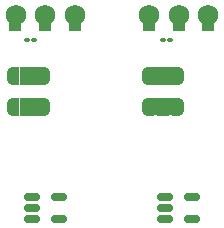
<source format=gbr>
%TF.GenerationSoftware,KiCad,Pcbnew,9.0.6-rc2*%
%TF.CreationDate,2025-11-10T17:57:54-08:00*%
%TF.ProjectId,FPC_Trigger_Board,4650435f-5472-4696-9767-65725f426f61,rev?*%
%TF.SameCoordinates,Original*%
%TF.FileFunction,Soldermask,Top*%
%TF.FilePolarity,Negative*%
%FSLAX46Y46*%
G04 Gerber Fmt 4.6, Leading zero omitted, Abs format (unit mm)*
G04 Created by KiCad (PCBNEW 9.0.6-rc2) date 2025-11-10 17:57:54*
%MOMM*%
%LPD*%
G01*
G04 APERTURE LIST*
G04 Aperture macros list*
%AMRoundRect*
0 Rectangle with rounded corners*
0 $1 Rounding radius*
0 $2 $3 $4 $5 $6 $7 $8 $9 X,Y pos of 4 corners*
0 Add a 4 corners polygon primitive as box body*
4,1,4,$2,$3,$4,$5,$6,$7,$8,$9,$2,$3,0*
0 Add four circle primitives for the rounded corners*
1,1,$1+$1,$2,$3*
1,1,$1+$1,$4,$5*
1,1,$1+$1,$6,$7*
1,1,$1+$1,$8,$9*
0 Add four rect primitives between the rounded corners*
20,1,$1+$1,$2,$3,$4,$5,0*
20,1,$1+$1,$4,$5,$6,$7,0*
20,1,$1+$1,$6,$7,$8,$9,0*
20,1,$1+$1,$8,$9,$2,$3,0*%
%AMFreePoly0*
4,1,23,0.550000,-0.750000,0.000000,-0.750000,0.000000,-0.745722,-0.065263,-0.745722,-0.191342,-0.711940,-0.304381,-0.646677,-0.396677,-0.554381,-0.461940,-0.441342,-0.495722,-0.315263,-0.495722,-0.250000,-0.500000,-0.250000,-0.500000,0.250000,-0.495722,0.250000,-0.495722,0.315263,-0.461940,0.441342,-0.396677,0.554381,-0.304381,0.646677,-0.191342,0.711940,-0.065263,0.745722,0.000000,0.745722,
0.000000,0.750000,0.550000,0.750000,0.550000,-0.750000,0.550000,-0.750000,$1*%
%AMFreePoly1*
4,1,23,0.000000,0.745722,0.065263,0.745722,0.191342,0.711940,0.304381,0.646677,0.396677,0.554381,0.461940,0.441342,0.495722,0.315263,0.495722,0.250000,0.500000,0.250000,0.500000,-0.250000,0.495722,-0.250000,0.495722,-0.315263,0.461940,-0.441342,0.396677,-0.554381,0.304381,-0.646677,0.191342,-0.711940,0.065263,-0.745722,0.000000,-0.745722,0.000000,-0.750000,-0.550000,-0.750000,
-0.550000,0.750000,0.000000,0.750000,0.000000,0.745722,0.000000,0.745722,$1*%
G04 Aperture macros list end*
%ADD10C,0.000000*%
%ADD11RoundRect,0.100000X0.130000X0.100000X-0.130000X0.100000X-0.130000X-0.100000X0.130000X-0.100000X0*%
%ADD12FreePoly0,0.000000*%
%ADD13R,1.000000X1.500000*%
%ADD14FreePoly1,0.000000*%
%ADD15FreePoly0,180.000000*%
%ADD16FreePoly1,180.000000*%
%ADD17RoundRect,0.150000X-0.512500X-0.150000X0.512500X-0.150000X0.512500X0.150000X-0.512500X0.150000X0*%
%ADD18C,1.750000*%
G04 APERTURE END LIST*
D10*
G36*
X214045800Y-148021152D02*
G01*
X213029800Y-148021152D01*
X213029800Y-146446352D01*
X214045800Y-146446352D01*
X214045800Y-148021152D01*
G37*
G36*
X227888800Y-148021152D02*
G01*
X226872800Y-148021152D01*
X226872800Y-146446352D01*
X227888800Y-146446352D01*
X227888800Y-148021152D01*
G37*
G36*
X216560400Y-148046552D02*
G01*
X215544400Y-148046552D01*
X215544400Y-146471752D01*
X216560400Y-146471752D01*
X216560400Y-148046552D01*
G37*
G36*
X219049600Y-148046552D02*
G01*
X218033600Y-148046552D01*
X218033600Y-146471752D01*
X219049600Y-146471752D01*
X219049600Y-148046552D01*
G37*
G36*
X225374200Y-148021152D02*
G01*
X224358200Y-148021152D01*
X224358200Y-146446352D01*
X225374200Y-146446352D01*
X225374200Y-148021152D01*
G37*
G36*
X230378000Y-148046552D02*
G01*
X229362000Y-148046552D01*
X229362000Y-146471752D01*
X230378000Y-146471752D01*
X230378000Y-148046552D01*
G37*
%TO.C,JP3*%
G36*
X225284600Y-151142000D02*
G01*
X226784600Y-151142000D01*
X226784600Y-152642000D01*
X225284600Y-152642000D01*
X225284600Y-151142000D01*
G37*
%TO.C,JP2*%
G36*
X215405400Y-155232800D02*
G01*
X213905400Y-155232800D01*
X213905400Y-153732800D01*
X215405400Y-153732800D01*
X215405400Y-155232800D01*
G37*
%TO.C,JP1*%
G36*
X213905400Y-151142000D02*
G01*
X215405400Y-151142000D01*
X215405400Y-152642000D01*
X213905400Y-152642000D01*
X213905400Y-151142000D01*
G37*
%TO.C,JP4*%
G36*
X226789200Y-155207400D02*
G01*
X225289200Y-155207400D01*
X225289200Y-153707400D01*
X226789200Y-153707400D01*
X226789200Y-155207400D01*
G37*
%TD*%
D11*
%TO.C,C2*%
X226627800Y-148793200D03*
X225987800Y-148793200D03*
%TD*%
D12*
%TO.C,JP3*%
X224734600Y-151892000D03*
D13*
X226034600Y-151892000D03*
D14*
X227334600Y-151892000D03*
%TD*%
D15*
%TO.C,JP2*%
X215955400Y-154482800D03*
D13*
X214655400Y-154482800D03*
D16*
X213355400Y-154482800D03*
%TD*%
D11*
%TO.C,C1*%
X215127800Y-148793200D03*
X214487800Y-148793200D03*
%TD*%
D17*
%TO.C,U2*%
X226229402Y-162074737D03*
X226229402Y-163024737D03*
X226229402Y-163974737D03*
X228504402Y-163974737D03*
X228504402Y-162074737D03*
%TD*%
%TO.C,U1*%
X214919100Y-162074737D03*
X214919100Y-163024737D03*
X214919100Y-163974737D03*
X217194100Y-163974737D03*
X217194100Y-162074737D03*
%TD*%
D12*
%TO.C,JP1*%
X213355400Y-151892000D03*
D13*
X214655400Y-151892000D03*
D14*
X215955400Y-151892000D03*
%TD*%
D15*
%TO.C,JP4*%
X227339200Y-154457400D03*
D13*
X226039200Y-154457400D03*
D16*
X224739200Y-154457400D03*
%TD*%
D18*
X218556600Y-146735800D03*
X229866902Y-146735800D03*
X213556600Y-146735800D03*
X216056600Y-146735800D03*
X224866902Y-146735800D03*
X227366902Y-146735800D03*
M02*

</source>
